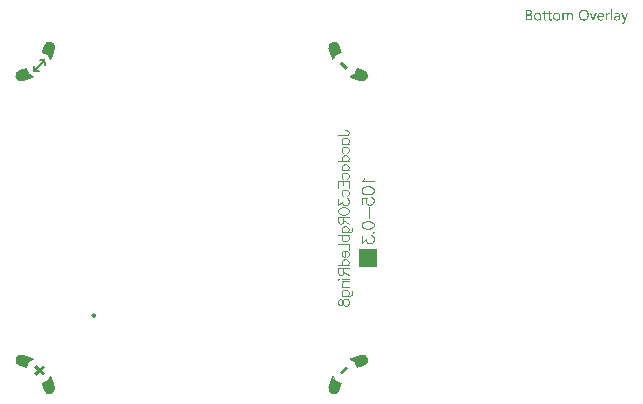
<source format=gbo>
G04*
G04 #@! TF.GenerationSoftware,Altium Limited,Altium Designer,22.4.2 (48)*
G04*
G04 Layer_Color=32896*
%FSAX44Y44*%
%MOMM*%
G71*
G04*
G04 #@! TF.SameCoordinates,0DF53AF2-F480-4E1A-B95F-C2B51B741BF4*
G04*
G04*
G04 #@! TF.FilePolarity,Positive*
G04*
G01*
G75*
%ADD10C,0.1000*%
%ADD11C,0.2000*%
%ADD26C,0.2500*%
%ADD37R,1.5922X1.5750*%
G36*
X-00158993Y-00119438D02*
X-00160170Y-00119831D01*
X-00162274Y-00121135D01*
X-00163878Y-00123020D01*
X-00164829Y-00125305D01*
X-00165029Y-00126530D01*
X-00165029Y-00126530D01*
X-00165271Y-00126429D01*
X-00165892Y-00126182D01*
X-00167153Y-00125737D01*
X-00168436Y-00125359D01*
X-00169736Y-00125049D01*
X-00170392Y-00124920D01*
X-00171268Y-00124734D01*
X-00172743Y-00123720D01*
X-00173718Y-00122218D01*
X-00174045Y-00120458D01*
X-00173672Y-00118707D01*
X-00172658Y-00117232D01*
X-00171157Y-00116257D01*
X-00169397Y-00115930D01*
X-00168521Y-00116116D01*
X-00168521Y-00116116D01*
X-00168740Y-00116073D01*
X-00167467Y-00116308D01*
X-00164963Y-00116967D01*
X-00162516Y-00117812D01*
X-00160139Y-00118838D01*
X-00158993Y-00119438D01*
X-00158993Y-00119438D01*
X-00158993Y-00119438D02*
G37*
G36*
X-00144438Y-00133993D02*
X-00144831Y-00135170D01*
X-00146135Y-00137274D01*
X-00148020Y-00138878D01*
X-00150305Y-00139829D01*
X-00151530Y-00140029D01*
X-00151530Y-00140029D01*
X-00151429Y-00140271D01*
X-00151182Y-00140892D01*
X-00150737Y-00142153D01*
X-00150359Y-00143436D01*
X-00150049Y-00144736D01*
X-00149920Y-00145393D01*
X-00149734Y-00146268D01*
X-00148720Y-00147743D01*
X-00147218Y-00148718D01*
X-00145458Y-00149045D01*
X-00143707Y-00148672D01*
X-00142232Y-00147658D01*
X-00141257Y-00146157D01*
X-00140930Y-00144397D01*
X-00141116Y-00143521D01*
X-00141116Y-00143521D01*
X-00141073Y-00143740D01*
X-00141307Y-00142467D01*
X-00141967Y-00139964D01*
X-00142812Y-00137516D01*
X-00143838Y-00135139D01*
X-00144438Y-00133993D01*
X-00144438Y-00133993D01*
X-00144438Y-00133993D02*
G37*
G36*
X-00158993Y00119440D02*
X-00160170Y00119833D01*
X-00162274Y00121137D01*
X-00163878Y00123022D01*
X-00164829Y00125307D01*
X-00165029Y00126532D01*
X-00165029Y00126532D01*
X-00165271Y00126431D01*
X-00165892Y00126184D01*
X-00167153Y00125739D01*
X-00168436Y00125361D01*
X-00169736Y00125051D01*
X-00170392Y00124921D01*
X-00170392Y00124921D01*
X-00171268Y00124735D01*
X-00172743Y00123721D01*
X-00173718Y00122220D01*
X-00174045Y00120460D01*
X-00173672Y00118709D01*
X-00172658Y00117233D01*
X-00171157Y00116258D01*
X-00169397Y00115932D01*
X-00168521Y00116118D01*
X-00168521Y00116118D01*
X-00168740Y00116074D01*
X-00167467Y00116309D01*
X-00164963Y00116968D01*
X-00162516Y00117813D01*
X-00160139Y00118839D01*
X-00158993Y00119440D01*
X-00158993Y00119440D01*
X-00158993Y00119440D02*
G37*
G36*
X-00144438Y00133990D02*
X-00144831Y00135168D01*
X-00146135Y00137271D01*
X-00148020Y00138875D01*
X-00150305Y00139827D01*
X-00151530Y00140026D01*
X-00151530Y00140027D01*
X-00151429Y00140268D01*
X-00151182Y00140889D01*
X-00150737Y00142150D01*
X-00150359Y00143433D01*
X-00150049Y00144734D01*
X-00149920Y00145390D01*
X-00149920Y00145390D01*
X-00149734Y00146265D01*
X-00148720Y00147741D01*
X-00147218Y00148716D01*
X-00145458Y00149042D01*
X-00143707Y00148670D01*
X-00142232Y00147656D01*
X-00141257Y00146154D01*
X-00140930Y00144394D01*
X-00141116Y00143519D01*
X-00141116Y00143519D01*
X-00141073Y00143737D01*
X-00141308Y00142465D01*
X-00141967Y00139961D01*
X-00142812Y00137514D01*
X-00143838Y00135137D01*
X-00144438Y00133990D01*
X-00144438Y00133990D01*
X-00144438Y00133990D02*
G37*
G36*
X00094440Y-00133993D02*
X00094833Y-00135170D01*
X00096137Y-00137274D01*
X00098022Y-00138878D01*
X00100307Y-00139829D01*
X00101532Y-00140029D01*
X00101532Y-00140029D01*
X00101431Y-00140271D01*
X00101184Y-00140892D01*
X00100739Y-00142153D01*
X00100361Y-00143436D01*
X00100051Y-00144736D01*
X00099921Y-00145392D01*
X00099735Y-00146268D01*
X00098721Y-00147743D01*
X00097220Y-00148718D01*
X00095460Y-00149045D01*
X00093709Y-00148672D01*
X00092233Y-00147658D01*
X00091258Y-00146157D01*
X00090932Y-00144397D01*
X00091118Y-00143521D01*
X00091118Y-00143521D01*
X00091074Y-00143740D01*
X00091309Y-00142467D01*
X00091968Y-00139963D01*
X00092813Y-00137516D01*
X00093839Y-00135139D01*
X00094440Y-00133993D01*
X00094440Y-00133993D01*
X00094440Y-00133993D02*
G37*
G36*
X00108990Y-00119438D02*
X00110168Y-00119831D01*
X00112272Y-00121135D01*
X00113876Y-00123020D01*
X00114828Y-00125305D01*
X00115028Y-00126530D01*
X00115028Y-00126530D01*
X00115268Y-00126429D01*
X00115889Y-00126182D01*
X00117150Y-00125737D01*
X00118433Y-00125359D01*
X00119734Y-00125049D01*
X00120390Y-00124920D01*
X00121265Y-00124733D01*
X00122741Y-00123719D01*
X00123715Y-00122218D01*
X00124042Y-00120457D01*
X00123669Y-00118706D01*
X00122655Y-00117231D01*
X00121153Y-00116256D01*
X00119393Y-00115930D01*
X00118517Y-00116116D01*
X00117273Y-00116354D01*
X00114827Y-00117010D01*
X00112436Y-00117844D01*
X00110112Y-00118851D01*
X00108990Y-00119438D01*
X00108990Y-00119438D01*
X00108990Y-00119438D02*
G37*
G36*
X00094440Y00133990D02*
X00094833Y00135168D01*
X00096137Y00137272D01*
X00098022Y00138876D01*
X00100307Y00139828D01*
X00101532Y00140028D01*
X00101532Y00140028D01*
X00101431Y00140268D01*
X00101184Y00140889D01*
X00100739Y00142150D01*
X00100361Y00143433D01*
X00100051Y00144734D01*
X00099921Y00145390D01*
X00099735Y00146265D01*
X00098721Y00147741D01*
X00097219Y00148715D01*
X00095459Y00149042D01*
X00093708Y00148669D01*
X00092233Y00147655D01*
X00091258Y00146153D01*
X00090932Y00144393D01*
X00091118Y00143517D01*
X00091355Y00142273D01*
X00092012Y00139827D01*
X00092846Y00137436D01*
X00093853Y00135112D01*
X00094440Y00133990D01*
X00094440Y00133990D01*
X00094440Y00133990D02*
G37*
G36*
X00108990Y00119440D02*
X00110168Y00119833D01*
X00112271Y00121137D01*
X00113875Y00123022D01*
X00114827Y00125307D01*
X00115026Y00126532D01*
X00115026Y00126532D01*
X00115268Y00126431D01*
X00115889Y00126184D01*
X00117150Y00125739D01*
X00118433Y00125361D01*
X00119734Y00125051D01*
X00120390Y00124921D01*
X00121265Y00124735D01*
X00122741Y00123721D01*
X00123716Y00122220D01*
X00124042Y00120460D01*
X00123670Y00118709D01*
X00122656Y00117233D01*
X00121154Y00116258D01*
X00119394Y00115932D01*
X00118519Y00116118D01*
X00118519Y00116118D01*
X00118737Y00116074D01*
X00117465Y00116309D01*
X00114961Y00116968D01*
X00112514Y00117813D01*
X00110137Y00118839D01*
X00108990Y00119440D01*
X00108990Y00119440D01*
X00108990Y00119440D02*
G37*
G36*
X-00153873Y-00127114D02*
X-00151180Y-00124421D01*
X-00149384Y-00126216D01*
X-00152077Y-00128909D01*
X-00149394Y-00131593D01*
X-00151189Y-00133389D01*
X-00153873Y-00130705D01*
X-00156584Y-00133416D01*
X-00158379Y-00131621D01*
X-00155668Y-00128909D01*
X-00158389Y-00126189D01*
X-00156593Y-00124394D01*
X-00153873Y-00127114D01*
X-00153873Y-00127114D02*
G37*
G36*
X00107483Y-00127517D02*
X00102517Y-00132483D01*
X00100515Y-00130480D01*
X00105480Y-00125515D01*
X00107483Y-00127517D01*
X00107483Y-00127517D02*
G37*
G36*
X00107483Y00127517D02*
X00105480Y00125515D01*
X00100515Y00130480D01*
X00102517Y00132483D01*
X00107483Y00127517D01*
X00107483Y00127517D02*
G37*
G36*
X00295783Y00173762D02*
X00295830Y00173762D01*
X00295885Y00173755D01*
X00296019Y00173731D01*
X00296176Y00173692D01*
X00296356Y00173637D01*
X00296544Y00173551D01*
X00296741Y00173449D01*
X00296843Y00173378D01*
X00296937Y00173307D01*
X00297031Y00173229D01*
X00297125Y00173135D01*
X00297219Y00173033D01*
X00297306Y00172923D01*
X00297384Y00172805D01*
X00297463Y00172672D01*
X00297533Y00172530D01*
X00297596Y00172373D01*
X00297651Y00172208D01*
X00297706Y00172028D01*
X00297738Y00171840D01*
X00297769Y00171628D01*
X00297785Y00171408D01*
X00297792Y00171173D01*
X00297792Y00167248D01*
X00296772Y00167248D01*
X00296772Y00170906D01*
X00296772Y00170921D01*
X00296772Y00170953D01*
X00296772Y00171008D01*
X00296764Y00171078D01*
X00296764Y00171165D01*
X00296756Y00171267D01*
X00296749Y00171376D01*
X00296733Y00171494D01*
X00296694Y00171745D01*
X00296631Y00171997D01*
X00296599Y00172122D01*
X00296552Y00172232D01*
X00296497Y00172342D01*
X00296442Y00172436D01*
X00296442Y00172444D01*
X00296427Y00172460D01*
X00296411Y00172483D01*
X00296380Y00172507D01*
X00296348Y00172546D01*
X00296301Y00172585D01*
X00296246Y00172624D01*
X00296183Y00172672D01*
X00296113Y00172719D01*
X00296034Y00172758D01*
X00295940Y00172797D01*
X00295846Y00172836D01*
X00295736Y00172860D01*
X00295611Y00172883D01*
X00295485Y00172899D01*
X00295344Y00172907D01*
X00295281Y00172907D01*
X00295234Y00172899D01*
X00295179Y00172891D01*
X00295116Y00172876D01*
X00294959Y00172836D01*
X00294873Y00172805D01*
X00294786Y00172758D01*
X00294692Y00172711D01*
X00294606Y00172656D01*
X00294512Y00172585D01*
X00294417Y00172507D01*
X00294323Y00172412D01*
X00294237Y00172311D01*
X00294229Y00172303D01*
X00294221Y00172287D01*
X00294198Y00172248D01*
X00294166Y00172208D01*
X00294135Y00172146D01*
X00294096Y00172075D01*
X00294049Y00171997D01*
X00294009Y00171910D01*
X00293970Y00171808D01*
X00293923Y00171698D01*
X00293884Y00171581D01*
X00293852Y00171455D01*
X00293821Y00171322D01*
X00293805Y00171180D01*
X00293790Y00171039D01*
X00293782Y00170882D01*
X00293782Y00167248D01*
X00292761Y00167248D01*
X00292761Y00171031D01*
X00292761Y00171039D01*
X00292761Y00171055D01*
X00292761Y00171078D01*
X00292761Y00171110D01*
X00292754Y00171157D01*
X00292754Y00171204D01*
X00292738Y00171322D01*
X00292714Y00171463D01*
X00292683Y00171628D01*
X00292644Y00171793D01*
X00292581Y00171973D01*
X00292502Y00172146D01*
X00292408Y00172311D01*
X00292290Y00172475D01*
X00292149Y00172617D01*
X00291984Y00172734D01*
X00291890Y00172781D01*
X00291788Y00172829D01*
X00291678Y00172860D01*
X00291569Y00172883D01*
X00291443Y00172899D01*
X00291310Y00172907D01*
X00291247Y00172907D01*
X00291200Y00172899D01*
X00291137Y00172891D01*
X00291074Y00172876D01*
X00290917Y00172836D01*
X00290831Y00172805D01*
X00290744Y00172766D01*
X00290650Y00172726D01*
X00290556Y00172672D01*
X00290462Y00172601D01*
X00290368Y00172530D01*
X00290281Y00172444D01*
X00290195Y00172342D01*
X00290187Y00172334D01*
X00290179Y00172318D01*
X00290156Y00172287D01*
X00290124Y00172240D01*
X00290093Y00172185D01*
X00290061Y00172122D01*
X00290022Y00172044D01*
X00289983Y00171950D01*
X00289936Y00171847D01*
X00289897Y00171738D01*
X00289865Y00171620D01*
X00289834Y00171494D01*
X00289802Y00171353D01*
X00289779Y00171204D01*
X00289771Y00171047D01*
X00289763Y00170882D01*
X00289763Y00167248D01*
X00288743Y00167248D01*
X00288743Y00173621D01*
X00289763Y00173621D01*
X00289763Y00172609D01*
X00289787Y00172609D01*
X00289795Y00172624D01*
X00289818Y00172656D01*
X00289858Y00172719D01*
X00289912Y00172789D01*
X00289983Y00172876D01*
X00290069Y00172978D01*
X00290171Y00173080D01*
X00290289Y00173190D01*
X00290423Y00173299D01*
X00290572Y00173402D01*
X00290737Y00173503D01*
X00290909Y00173590D01*
X00291105Y00173661D01*
X00291317Y00173723D01*
X00291537Y00173755D01*
X00291772Y00173770D01*
X00291835Y00173770D01*
X00291882Y00173762D01*
X00291937Y00173762D01*
X00292008Y00173755D01*
X00292079Y00173739D01*
X00292157Y00173723D01*
X00292338Y00173684D01*
X00292526Y00173613D01*
X00292714Y00173527D01*
X00292808Y00173464D01*
X00292903Y00173402D01*
X00292911Y00173394D01*
X00292926Y00173386D01*
X00292950Y00173362D01*
X00292981Y00173339D01*
X00293067Y00173252D01*
X00293170Y00173150D01*
X00293279Y00173009D01*
X00293389Y00172844D01*
X00293491Y00172656D01*
X00293570Y00172444D01*
X00293578Y00172460D01*
X00293601Y00172499D01*
X00293648Y00172570D01*
X00293703Y00172648D01*
X00293782Y00172750D01*
X00293868Y00172868D01*
X00293978Y00172985D01*
X00294104Y00173111D01*
X00294245Y00173229D01*
X00294402Y00173354D01*
X00294575Y00173464D01*
X00294763Y00173566D01*
X00294975Y00173645D01*
X00295194Y00173715D01*
X00295438Y00173755D01*
X00295689Y00173770D01*
X00295744Y00173770D01*
X00295783Y00173762D01*
X00295783Y00173762D02*
G37*
G36*
X00328449Y00173723D02*
X00328535Y00173723D01*
X00328629Y00173708D01*
X00328732Y00173692D01*
X00328834Y00173676D01*
X00328920Y00173645D01*
X00328920Y00172585D01*
X00328904Y00172593D01*
X00328873Y00172617D01*
X00328810Y00172648D01*
X00328724Y00172687D01*
X00328606Y00172726D01*
X00328480Y00172758D01*
X00328323Y00172781D01*
X00328143Y00172789D01*
X00328080Y00172789D01*
X00328033Y00172781D01*
X00327978Y00172774D01*
X00327915Y00172758D01*
X00327766Y00172711D01*
X00327680Y00172679D01*
X00327593Y00172640D01*
X00327499Y00172585D01*
X00327405Y00172530D01*
X00327319Y00172460D01*
X00327225Y00172373D01*
X00327138Y00172279D01*
X00327052Y00172169D01*
X00327044Y00172161D01*
X00327036Y00172138D01*
X00327013Y00172106D01*
X00326981Y00172059D01*
X00326950Y00171997D01*
X00326911Y00171918D01*
X00326871Y00171832D01*
X00326832Y00171730D01*
X00326793Y00171620D01*
X00326754Y00171494D01*
X00326715Y00171353D01*
X00326683Y00171204D01*
X00326652Y00171039D01*
X00326628Y00170866D01*
X00326620Y00170686D01*
X00326613Y00170490D01*
X00326613Y00167248D01*
X00325592Y00167248D01*
X00325592Y00173621D01*
X00326613Y00173621D01*
X00326613Y00172303D01*
X00326636Y00172303D01*
X00326636Y00172311D01*
X00326644Y00172334D01*
X00326660Y00172365D01*
X00326675Y00172412D01*
X00326699Y00172467D01*
X00326730Y00172538D01*
X00326801Y00172687D01*
X00326895Y00172860D01*
X00327013Y00173033D01*
X00327146Y00173197D01*
X00327303Y00173354D01*
X00327311Y00173362D01*
X00327327Y00173370D01*
X00327350Y00173386D01*
X00327382Y00173417D01*
X00327421Y00173441D01*
X00327476Y00173472D01*
X00327593Y00173543D01*
X00327743Y00173613D01*
X00327915Y00173676D01*
X00328104Y00173715D01*
X00328206Y00173723D01*
X00328308Y00173731D01*
X00328371Y00173731D01*
X00328449Y00173723D01*
X00328449Y00173723D02*
G37*
G36*
X00341737Y00166228D02*
X00341737Y00166220D01*
X00341729Y00166204D01*
X00341713Y00166181D01*
X00341698Y00166141D01*
X00341682Y00166094D01*
X00341658Y00166047D01*
X00341595Y00165922D01*
X00341509Y00165773D01*
X00341415Y00165600D01*
X00341297Y00165427D01*
X00341164Y00165239D01*
X00341015Y00165058D01*
X00340850Y00164878D01*
X00340669Y00164705D01*
X00340473Y00164556D01*
X00340261Y00164431D01*
X00340151Y00164383D01*
X00340034Y00164336D01*
X00339916Y00164297D01*
X00339790Y00164273D01*
X00339665Y00164258D01*
X00339531Y00164250D01*
X00339468Y00164250D01*
X00339390Y00164258D01*
X00339296Y00164258D01*
X00339194Y00164273D01*
X00339084Y00164289D01*
X00338966Y00164305D01*
X00338864Y00164336D01*
X00338864Y00165247D01*
X00338880Y00165239D01*
X00338919Y00165231D01*
X00338982Y00165215D01*
X00339060Y00165192D01*
X00339155Y00165168D01*
X00339257Y00165153D01*
X00339366Y00165145D01*
X00339468Y00165137D01*
X00339500Y00165137D01*
X00339539Y00165145D01*
X00339594Y00165153D01*
X00339657Y00165168D01*
X00339735Y00165184D01*
X00339814Y00165215D01*
X00339908Y00165255D01*
X00339994Y00165302D01*
X00340096Y00165364D01*
X00340191Y00165435D01*
X00340285Y00165522D01*
X00340379Y00165631D01*
X00340473Y00165749D01*
X00340552Y00165890D01*
X00340630Y00166055D01*
X00341140Y00167256D01*
X00338652Y00173621D01*
X00339782Y00173621D01*
X00341509Y00168716D01*
X00341509Y00168708D01*
X00341517Y00168692D01*
X00341525Y00168669D01*
X00341540Y00168622D01*
X00341556Y00168559D01*
X00341572Y00168472D01*
X00341603Y00168363D01*
X00341635Y00168229D01*
X00341674Y00168229D01*
X00341674Y00168237D01*
X00341682Y00168261D01*
X00341690Y00168292D01*
X00341705Y00168347D01*
X00341721Y00168410D01*
X00341737Y00168488D01*
X00341768Y00168590D01*
X00341800Y00168700D01*
X00343613Y00173621D01*
X00344664Y00173621D01*
X00341737Y00166228D01*
X00341737Y00166228D02*
G37*
G36*
X00315295Y00167248D02*
X00314290Y00167248D01*
X00311881Y00173621D01*
X00312995Y00173621D01*
X00314620Y00168990D01*
X00314620Y00168983D01*
X00314628Y00168967D01*
X00314636Y00168944D01*
X00314651Y00168904D01*
X00314667Y00168857D01*
X00314683Y00168810D01*
X00314714Y00168684D01*
X00314753Y00168551D01*
X00314792Y00168402D01*
X00314816Y00168245D01*
X00314840Y00168096D01*
X00314863Y00168096D01*
X00314863Y00168104D01*
X00314863Y00168119D01*
X00314871Y00168143D01*
X00314879Y00168174D01*
X00314879Y00168221D01*
X00314895Y00168269D01*
X00314910Y00168386D01*
X00314942Y00168520D01*
X00314973Y00168661D01*
X00315020Y00168810D01*
X00315067Y00168959D01*
X00316755Y00173621D01*
X00317830Y00173621D01*
X00315295Y00167248D01*
X00315295Y00167248D02*
G37*
G36*
X00335521Y00173762D02*
X00335576Y00173762D01*
X00335630Y00173755D01*
X00335701Y00173747D01*
X00335780Y00173731D01*
X00335944Y00173700D01*
X00336141Y00173645D01*
X00336337Y00173574D01*
X00336549Y00173472D01*
X00336761Y00173347D01*
X00336863Y00173276D01*
X00336965Y00173190D01*
X00337059Y00173095D01*
X00337153Y00173001D01*
X00337239Y00172891D01*
X00337318Y00172766D01*
X00337396Y00172640D01*
X00337467Y00172499D01*
X00337522Y00172342D01*
X00337577Y00172177D01*
X00337616Y00172004D01*
X00337648Y00171808D01*
X00337663Y00171612D01*
X00337671Y00171392D01*
X00337671Y00167248D01*
X00336651Y00167248D01*
X00336651Y00168237D01*
X00336627Y00168237D01*
X00336619Y00168221D01*
X00336596Y00168190D01*
X00336557Y00168135D01*
X00336502Y00168057D01*
X00336431Y00167970D01*
X00336345Y00167876D01*
X00336250Y00167774D01*
X00336133Y00167672D01*
X00335999Y00167562D01*
X00335858Y00167460D01*
X00335693Y00167366D01*
X00335521Y00167279D01*
X00335324Y00167201D01*
X00335120Y00167146D01*
X00334901Y00167115D01*
X00334665Y00167099D01*
X00334571Y00167099D01*
X00334508Y00167107D01*
X00334430Y00167115D01*
X00334336Y00167123D01*
X00334233Y00167138D01*
X00334124Y00167162D01*
X00333880Y00167225D01*
X00333763Y00167264D01*
X00333637Y00167311D01*
X00333511Y00167366D01*
X00333394Y00167437D01*
X00333284Y00167515D01*
X00333174Y00167601D01*
X00333166Y00167609D01*
X00333150Y00167625D01*
X00333127Y00167656D01*
X00333088Y00167696D01*
X00333048Y00167743D01*
X00333009Y00167805D01*
X00332954Y00167876D01*
X00332907Y00167955D01*
X00332860Y00168049D01*
X00332813Y00168151D01*
X00332766Y00168261D01*
X00332727Y00168378D01*
X00332687Y00168504D01*
X00332664Y00168637D01*
X00332648Y00168787D01*
X00332640Y00168936D01*
X00332640Y00168944D01*
X00332640Y00168959D01*
X00332640Y00168983D01*
X00332648Y00169014D01*
X00332648Y00169053D01*
X00332656Y00169100D01*
X00332672Y00169218D01*
X00332703Y00169359D01*
X00332750Y00169516D01*
X00332813Y00169689D01*
X00332907Y00169870D01*
X00333017Y00170050D01*
X00333150Y00170231D01*
X00333237Y00170317D01*
X00333323Y00170403D01*
X00333425Y00170490D01*
X00333527Y00170568D01*
X00333645Y00170647D01*
X00333770Y00170717D01*
X00333904Y00170780D01*
X00334053Y00170843D01*
X00334210Y00170898D01*
X00334375Y00170945D01*
X00334555Y00170984D01*
X00334744Y00171015D01*
X00336651Y00171282D01*
X00336651Y00171290D01*
X00336651Y00171298D01*
X00336651Y00171322D01*
X00336651Y00171353D01*
X00336643Y00171432D01*
X00336627Y00171534D01*
X00336612Y00171659D01*
X00336580Y00171800D01*
X00336541Y00171942D01*
X00336486Y00172099D01*
X00336415Y00172248D01*
X00336329Y00172397D01*
X00336227Y00172530D01*
X00336101Y00172656D01*
X00335944Y00172758D01*
X00335772Y00172836D01*
X00335678Y00172868D01*
X00335568Y00172891D01*
X00335458Y00172899D01*
X00335340Y00172907D01*
X00335285Y00172907D01*
X00335230Y00172899D01*
X00335144Y00172891D01*
X00335042Y00172883D01*
X00334924Y00172868D01*
X00334791Y00172844D01*
X00334649Y00172813D01*
X00334492Y00172766D01*
X00334328Y00172719D01*
X00334155Y00172656D01*
X00333974Y00172577D01*
X00333794Y00172483D01*
X00333613Y00172381D01*
X00333433Y00172263D01*
X00333260Y00172122D01*
X00333260Y00173166D01*
X00333268Y00173174D01*
X00333299Y00173190D01*
X00333354Y00173221D01*
X00333425Y00173260D01*
X00333519Y00173307D01*
X00333621Y00173354D01*
X00333747Y00173409D01*
X00333888Y00173472D01*
X00334037Y00173527D01*
X00334202Y00173582D01*
X00334383Y00173629D01*
X00334571Y00173676D01*
X00334775Y00173715D01*
X00334979Y00173747D01*
X00335199Y00173762D01*
X00335426Y00173770D01*
X00335481Y00173770D01*
X00335521Y00173762D01*
X00335521Y00173762D02*
G37*
G36*
X00331047Y00167248D02*
X00330027Y00167248D01*
X00330027Y00176682D01*
X00331047Y00176682D01*
X00331047Y00167248D01*
X00331047Y00167248D02*
G37*
G36*
X00260731Y00176164D02*
X00260826Y00176156D01*
X00260935Y00176141D01*
X00261061Y00176125D01*
X00261202Y00176101D01*
X00261343Y00176070D01*
X00261493Y00176031D01*
X00261650Y00175984D01*
X00261799Y00175929D01*
X00261956Y00175866D01*
X00262097Y00175787D01*
X00262238Y00175701D01*
X00262372Y00175599D01*
X00262379Y00175591D01*
X00262403Y00175576D01*
X00262435Y00175544D01*
X00262474Y00175497D01*
X00262529Y00175442D01*
X00262584Y00175371D01*
X00262646Y00175293D01*
X00262709Y00175207D01*
X00262772Y00175105D01*
X00262835Y00174995D01*
X00262890Y00174869D01*
X00262945Y00174744D01*
X00262984Y00174602D01*
X00263015Y00174453D01*
X00263039Y00174296D01*
X00263047Y00174131D01*
X00263047Y00174123D01*
X00263047Y00174100D01*
X00263047Y00174061D01*
X00263039Y00174006D01*
X00263031Y00173935D01*
X00263023Y00173864D01*
X00263015Y00173778D01*
X00263000Y00173684D01*
X00262945Y00173472D01*
X00262874Y00173252D01*
X00262827Y00173135D01*
X00262772Y00173025D01*
X00262709Y00172915D01*
X00262638Y00172805D01*
X00262631Y00172797D01*
X00262623Y00172781D01*
X00262599Y00172750D01*
X00262560Y00172711D01*
X00262521Y00172672D01*
X00262474Y00172617D01*
X00262411Y00172562D01*
X00262348Y00172499D01*
X00262270Y00172436D01*
X00262183Y00172365D01*
X00262089Y00172303D01*
X00261987Y00172232D01*
X00261877Y00172169D01*
X00261767Y00172114D01*
X00261508Y00172012D01*
X00261508Y00171989D01*
X00261516Y00171989D01*
X00261548Y00171981D01*
X00261595Y00171973D01*
X00261657Y00171965D01*
X00261736Y00171950D01*
X00261822Y00171926D01*
X00261924Y00171894D01*
X00262026Y00171863D01*
X00262254Y00171777D01*
X00262379Y00171722D01*
X00262497Y00171651D01*
X00262615Y00171581D01*
X00262733Y00171502D01*
X00262850Y00171408D01*
X00262952Y00171306D01*
X00262960Y00171298D01*
X00262976Y00171282D01*
X00263000Y00171251D01*
X00263039Y00171204D01*
X00263078Y00171141D01*
X00263125Y00171078D01*
X00263172Y00170992D01*
X00263227Y00170906D01*
X00263274Y00170804D01*
X00263321Y00170686D01*
X00263368Y00170568D01*
X00263408Y00170435D01*
X00263447Y00170286D01*
X00263470Y00170136D01*
X00263486Y00169979D01*
X00263494Y00169807D01*
X00263494Y00169791D01*
X00263494Y00169760D01*
X00263486Y00169697D01*
X00263478Y00169618D01*
X00263470Y00169516D01*
X00263447Y00169407D01*
X00263423Y00169281D01*
X00263392Y00169147D01*
X00263345Y00168998D01*
X00263290Y00168849D01*
X00263227Y00168700D01*
X00263149Y00168543D01*
X00263055Y00168386D01*
X00262945Y00168237D01*
X00262819Y00168096D01*
X00262670Y00167955D01*
X00262662Y00167947D01*
X00262631Y00167923D01*
X00262584Y00167892D01*
X00262521Y00167845D01*
X00262442Y00167790D01*
X00262340Y00167735D01*
X00262230Y00167664D01*
X00262105Y00167601D01*
X00261956Y00167539D01*
X00261799Y00167476D01*
X00261634Y00167413D01*
X00261446Y00167358D01*
X00261249Y00167311D01*
X00261045Y00167279D01*
X00260826Y00167256D01*
X00260598Y00167248D01*
X00258000Y00167248D01*
X00258000Y00176172D01*
X00260645Y00176172D01*
X00260731Y00176164D01*
X00260731Y00176164D02*
G37*
G36*
X00278304Y00173621D02*
X00279913Y00173621D01*
X00279913Y00172742D01*
X00278304Y00172742D01*
X00278304Y00169155D01*
X00278304Y00169147D01*
X00278304Y00169124D01*
X00278304Y00169093D01*
X00278304Y00169053D01*
X00278312Y00168998D01*
X00278320Y00168936D01*
X00278336Y00168802D01*
X00278359Y00168645D01*
X00278398Y00168496D01*
X00278453Y00168355D01*
X00278485Y00168292D01*
X00278524Y00168237D01*
X00278532Y00168229D01*
X00278563Y00168198D01*
X00278618Y00168151D01*
X00278697Y00168104D01*
X00278799Y00168049D01*
X00278924Y00168009D01*
X00279074Y00167978D01*
X00279246Y00167962D01*
X00279309Y00167962D01*
X00279380Y00167970D01*
X00279474Y00167986D01*
X00279576Y00168017D01*
X00279694Y00168049D01*
X00279803Y00168104D01*
X00279913Y00168174D01*
X00279913Y00167303D01*
X00279905Y00167303D01*
X00279898Y00167295D01*
X00279874Y00167287D01*
X00279851Y00167272D01*
X00279764Y00167240D01*
X00279662Y00167209D01*
X00279521Y00167178D01*
X00279356Y00167146D01*
X00279168Y00167123D01*
X00278956Y00167115D01*
X00278885Y00167115D01*
X00278799Y00167130D01*
X00278697Y00167146D01*
X00278571Y00167170D01*
X00278430Y00167217D01*
X00278273Y00167272D01*
X00278124Y00167350D01*
X00277967Y00167444D01*
X00277810Y00167570D01*
X00277669Y00167719D01*
X00277606Y00167805D01*
X00277543Y00167900D01*
X00277488Y00168002D01*
X00277441Y00168111D01*
X00277394Y00168229D01*
X00277355Y00168363D01*
X00277323Y00168496D01*
X00277300Y00168645D01*
X00277292Y00168802D01*
X00277284Y00168975D01*
X00277284Y00172742D01*
X00276193Y00172742D01*
X00276193Y00173621D01*
X00277284Y00173621D01*
X00277284Y00175175D01*
X00278304Y00175505D01*
X00278304Y00173621D01*
X00278304Y00173621D02*
G37*
G36*
X00273988Y00173621D02*
X00275597Y00173621D01*
X00275597Y00172742D01*
X00273988Y00172742D01*
X00273988Y00169155D01*
X00273988Y00169147D01*
X00273988Y00169124D01*
X00273988Y00169093D01*
X00273988Y00169053D01*
X00273995Y00168998D01*
X00274003Y00168936D01*
X00274019Y00168802D01*
X00274042Y00168645D01*
X00274082Y00168496D01*
X00274137Y00168355D01*
X00274168Y00168292D01*
X00274207Y00168237D01*
X00274215Y00168229D01*
X00274247Y00168198D01*
X00274301Y00168151D01*
X00274380Y00168104D01*
X00274482Y00168049D01*
X00274608Y00168009D01*
X00274757Y00167978D01*
X00274929Y00167962D01*
X00274992Y00167962D01*
X00275063Y00167970D01*
X00275157Y00167986D01*
X00275259Y00168017D01*
X00275377Y00168049D01*
X00275487Y00168104D01*
X00275597Y00168174D01*
X00275597Y00167303D01*
X00275589Y00167303D01*
X00275581Y00167295D01*
X00275557Y00167287D01*
X00275534Y00167272D01*
X00275447Y00167240D01*
X00275345Y00167209D01*
X00275204Y00167178D01*
X00275039Y00167146D01*
X00274851Y00167123D01*
X00274639Y00167115D01*
X00274568Y00167115D01*
X00274482Y00167130D01*
X00274380Y00167146D01*
X00274254Y00167170D01*
X00274113Y00167217D01*
X00273956Y00167272D01*
X00273807Y00167350D01*
X00273650Y00167444D01*
X00273493Y00167570D01*
X00273352Y00167719D01*
X00273289Y00167805D01*
X00273226Y00167900D01*
X00273171Y00168002D01*
X00273124Y00168111D01*
X00273077Y00168229D01*
X00273038Y00168363D01*
X00273006Y00168496D01*
X00272983Y00168645D01*
X00272975Y00168802D01*
X00272967Y00168975D01*
X00272967Y00172742D01*
X00271876Y00172742D01*
X00271876Y00173621D01*
X00272967Y00173621D01*
X00272967Y00175175D01*
X00273988Y00175505D01*
X00273988Y00173621D01*
X00273988Y00173621D02*
G37*
G36*
X00321550Y00173762D02*
X00321636Y00173755D01*
X00321746Y00173747D01*
X00321864Y00173731D01*
X00321997Y00173700D01*
X00322139Y00173668D01*
X00322296Y00173629D01*
X00322453Y00173574D01*
X00322610Y00173503D01*
X00322775Y00173425D01*
X00322932Y00173331D01*
X00323081Y00173221D01*
X00323230Y00173095D01*
X00323363Y00172954D01*
X00323371Y00172946D01*
X00323395Y00172915D01*
X00323426Y00172868D01*
X00323473Y00172805D01*
X00323520Y00172726D01*
X00323583Y00172624D01*
X00323646Y00172507D01*
X00323708Y00172373D01*
X00323771Y00172216D01*
X00323834Y00172052D01*
X00323897Y00171863D01*
X00323944Y00171667D01*
X00323991Y00171447D01*
X00324022Y00171220D01*
X00324046Y00170968D01*
X00324054Y00170709D01*
X00324054Y00170176D01*
X00319549Y00170176D01*
X00319549Y00170160D01*
X00319549Y00170129D01*
X00319557Y00170074D01*
X00319564Y00170003D01*
X00319572Y00169909D01*
X00319588Y00169807D01*
X00319604Y00169697D01*
X00319635Y00169571D01*
X00319706Y00169305D01*
X00319753Y00169171D01*
X00319808Y00169030D01*
X00319870Y00168896D01*
X00319941Y00168763D01*
X00320028Y00168645D01*
X00320122Y00168528D01*
X00320130Y00168520D01*
X00320145Y00168504D01*
X00320177Y00168472D01*
X00320224Y00168441D01*
X00320279Y00168394D01*
X00320349Y00168347D01*
X00320428Y00168292D01*
X00320514Y00168245D01*
X00320616Y00168190D01*
X00320734Y00168135D01*
X00320852Y00168088D01*
X00320993Y00168041D01*
X00321134Y00168009D01*
X00321291Y00167978D01*
X00321456Y00167962D01*
X00321629Y00167955D01*
X00321676Y00167955D01*
X00321731Y00167962D01*
X00321809Y00167962D01*
X00321903Y00167978D01*
X00322013Y00167994D01*
X00322139Y00168017D01*
X00322280Y00168041D01*
X00322429Y00168080D01*
X00322586Y00168127D01*
X00322751Y00168182D01*
X00322916Y00168253D01*
X00323088Y00168331D01*
X00323261Y00168425D01*
X00323434Y00168535D01*
X00323606Y00168661D01*
X00323606Y00167703D01*
X00323599Y00167696D01*
X00323567Y00167680D01*
X00323520Y00167648D01*
X00323457Y00167609D01*
X00323371Y00167562D01*
X00323269Y00167515D01*
X00323151Y00167460D01*
X00323018Y00167405D01*
X00322861Y00167342D01*
X00322696Y00167287D01*
X00322515Y00167240D01*
X00322319Y00167193D01*
X00322107Y00167154D01*
X00321880Y00167123D01*
X00321636Y00167107D01*
X00321385Y00167099D01*
X00321323Y00167099D01*
X00321260Y00167107D01*
X00321166Y00167115D01*
X00321048Y00167123D01*
X00320914Y00167146D01*
X00320773Y00167170D01*
X00320616Y00167209D01*
X00320451Y00167256D01*
X00320279Y00167311D01*
X00320098Y00167382D01*
X00319925Y00167460D01*
X00319745Y00167562D01*
X00319580Y00167680D01*
X00319415Y00167813D01*
X00319266Y00167962D01*
X00319258Y00167970D01*
X00319235Y00168002D01*
X00319195Y00168057D01*
X00319148Y00168127D01*
X00319086Y00168214D01*
X00319023Y00168323D01*
X00318952Y00168449D01*
X00318882Y00168598D01*
X00318811Y00168755D01*
X00318740Y00168944D01*
X00318678Y00169140D01*
X00318615Y00169359D01*
X00318568Y00169595D01*
X00318528Y00169846D01*
X00318505Y00170121D01*
X00318497Y00170403D01*
X00318497Y00170411D01*
X00318497Y00170419D01*
X00318497Y00170443D01*
X00318497Y00170466D01*
X00318505Y00170545D01*
X00318513Y00170654D01*
X00318521Y00170780D01*
X00318544Y00170921D01*
X00318568Y00171086D01*
X00318599Y00171267D01*
X00318646Y00171455D01*
X00318701Y00171651D01*
X00318772Y00171855D01*
X00318850Y00172059D01*
X00318944Y00172256D01*
X00319062Y00172460D01*
X00319188Y00172648D01*
X00319337Y00172829D01*
X00319345Y00172836D01*
X00319376Y00172868D01*
X00319423Y00172915D01*
X00319486Y00172978D01*
X00319572Y00173048D01*
X00319674Y00173127D01*
X00319784Y00173213D01*
X00319918Y00173299D01*
X00320059Y00173386D01*
X00320224Y00173472D01*
X00320396Y00173551D01*
X00320577Y00173621D01*
X00320773Y00173684D01*
X00320985Y00173731D01*
X00321205Y00173762D01*
X00321432Y00173770D01*
X00321487Y00173770D01*
X00321550Y00173762D01*
X00321550Y00173762D02*
G37*
G36*
X00307226Y00176313D02*
X00307281Y00176313D01*
X00307336Y00176305D01*
X00307407Y00176305D01*
X00307564Y00176282D01*
X00307744Y00176258D01*
X00307948Y00176219D01*
X00308168Y00176164D01*
X00308396Y00176101D01*
X00308639Y00176015D01*
X00308883Y00175913D01*
X00309134Y00175795D01*
X00309385Y00175654D01*
X00309620Y00175489D01*
X00309856Y00175293D01*
X00310075Y00175073D01*
X00310091Y00175058D01*
X00310123Y00175018D01*
X00310177Y00174948D01*
X00310256Y00174846D01*
X00310334Y00174720D01*
X00310436Y00174571D01*
X00310539Y00174398D01*
X00310641Y00174202D01*
X00310743Y00173974D01*
X00310845Y00173731D01*
X00310947Y00173464D01*
X00311033Y00173174D01*
X00311104Y00172860D01*
X00311159Y00172530D01*
X00311190Y00172185D01*
X00311206Y00171816D01*
X00311206Y00171808D01*
X00311206Y00171793D01*
X00311206Y00171761D01*
X00311206Y00171722D01*
X00311198Y00171667D01*
X00311198Y00171604D01*
X00311190Y00171534D01*
X00311190Y00171455D01*
X00311182Y00171369D01*
X00311174Y00171275D01*
X00311143Y00171063D01*
X00311112Y00170819D01*
X00311064Y00170568D01*
X00311002Y00170293D01*
X00310923Y00170011D01*
X00310829Y00169728D01*
X00310719Y00169438D01*
X00310586Y00169155D01*
X00310429Y00168873D01*
X00310248Y00168614D01*
X00310044Y00168363D01*
X00310028Y00168347D01*
X00309989Y00168308D01*
X00309926Y00168245D01*
X00309832Y00168166D01*
X00309714Y00168072D01*
X00309573Y00167962D01*
X00309416Y00167852D01*
X00309228Y00167735D01*
X00309016Y00167617D01*
X00308780Y00167499D01*
X00308529Y00167389D01*
X00308255Y00167295D01*
X00307956Y00167217D01*
X00307642Y00167154D01*
X00307305Y00167115D01*
X00306952Y00167099D01*
X00306865Y00167099D01*
X00306826Y00167107D01*
X00306771Y00167107D01*
X00306708Y00167115D01*
X00306638Y00167123D01*
X00306473Y00167138D01*
X00306292Y00167162D01*
X00306080Y00167201D01*
X00305861Y00167256D01*
X00305617Y00167319D01*
X00305374Y00167405D01*
X00305123Y00167507D01*
X00304864Y00167625D01*
X00304613Y00167766D01*
X00304370Y00167939D01*
X00304126Y00168127D01*
X00303906Y00168347D01*
X00303891Y00168363D01*
X00303859Y00168402D01*
X00303804Y00168472D01*
X00303726Y00168575D01*
X00303640Y00168700D01*
X00303545Y00168849D01*
X00303443Y00169022D01*
X00303341Y00169226D01*
X00303232Y00169446D01*
X00303129Y00169689D01*
X00303035Y00169956D01*
X00302949Y00170246D01*
X00302870Y00170560D01*
X00302815Y00170890D01*
X00302784Y00171235D01*
X00302768Y00171604D01*
X00302768Y00171612D01*
X00302768Y00171628D01*
X00302768Y00171659D01*
X00302768Y00171698D01*
X00302776Y00171753D01*
X00302776Y00171808D01*
X00302784Y00171879D01*
X00302784Y00171957D01*
X00302792Y00172044D01*
X00302808Y00172146D01*
X00302831Y00172350D01*
X00302863Y00172585D01*
X00302917Y00172836D01*
X00302973Y00173111D01*
X00303051Y00173386D01*
X00303145Y00173668D01*
X00303255Y00173959D01*
X00303388Y00174241D01*
X00303545Y00174516D01*
X00303726Y00174783D01*
X00303930Y00175034D01*
X00303946Y00175050D01*
X00303985Y00175089D01*
X00304048Y00175152D01*
X00304142Y00175238D01*
X00304260Y00175332D01*
X00304409Y00175442D01*
X00304574Y00175560D01*
X00304762Y00175678D01*
X00304982Y00175795D01*
X00305217Y00175913D01*
X00305476Y00176023D01*
X00305759Y00176117D01*
X00306065Y00176203D01*
X00306387Y00176266D01*
X00306732Y00176305D01*
X00307101Y00176321D01*
X00307179Y00176321D01*
X00307226Y00176313D01*
X00307226Y00176313D02*
G37*
G36*
X00284222Y00173762D02*
X00284324Y00173755D01*
X00284442Y00173747D01*
X00284583Y00173723D01*
X00284732Y00173700D01*
X00284897Y00173661D01*
X00285078Y00173613D01*
X00285258Y00173558D01*
X00285439Y00173488D01*
X00285627Y00173402D01*
X00285808Y00173299D01*
X00285988Y00173182D01*
X00286153Y00173048D01*
X00286310Y00172891D01*
X00286318Y00172883D01*
X00286341Y00172852D01*
X00286381Y00172797D01*
X00286436Y00172726D01*
X00286498Y00172640D01*
X00286561Y00172530D01*
X00286639Y00172405D01*
X00286710Y00172256D01*
X00286789Y00172091D01*
X00286859Y00171910D01*
X00286922Y00171714D01*
X00286985Y00171494D01*
X00287040Y00171259D01*
X00287079Y00171008D01*
X00287103Y00170741D01*
X00287110Y00170458D01*
X00287110Y00170450D01*
X00287110Y00170443D01*
X00287110Y00170419D01*
X00287110Y00170388D01*
X00287103Y00170309D01*
X00287095Y00170207D01*
X00287087Y00170074D01*
X00287063Y00169925D01*
X00287040Y00169760D01*
X00287001Y00169579D01*
X00286954Y00169391D01*
X00286898Y00169187D01*
X00286828Y00168983D01*
X00286749Y00168779D01*
X00286647Y00168575D01*
X00286530Y00168378D01*
X00286396Y00168190D01*
X00286247Y00168009D01*
X00286239Y00168002D01*
X00286208Y00167970D01*
X00286161Y00167923D01*
X00286090Y00167868D01*
X00286004Y00167798D01*
X00285902Y00167719D01*
X00285776Y00167641D01*
X00285635Y00167554D01*
X00285478Y00167468D01*
X00285305Y00167389D01*
X00285117Y00167311D01*
X00284913Y00167240D01*
X00284685Y00167185D01*
X00284450Y00167138D01*
X00284207Y00167107D01*
X00283940Y00167099D01*
X00283877Y00167099D01*
X00283806Y00167107D01*
X00283704Y00167115D01*
X00283586Y00167123D01*
X00283445Y00167146D01*
X00283296Y00167170D01*
X00283131Y00167209D01*
X00282951Y00167256D01*
X00282770Y00167319D01*
X00282582Y00167389D01*
X00282393Y00167476D01*
X00282205Y00167578D01*
X00282017Y00167696D01*
X00281844Y00167829D01*
X00281679Y00167986D01*
X00281671Y00167994D01*
X00281640Y00168025D01*
X00281601Y00168080D01*
X00281546Y00168151D01*
X00281483Y00168237D01*
X00281412Y00168347D01*
X00281342Y00168472D01*
X00281263Y00168622D01*
X00281185Y00168779D01*
X00281106Y00168959D01*
X00281036Y00169155D01*
X00280973Y00169367D01*
X00280918Y00169587D01*
X00280879Y00169830D01*
X00280847Y00170089D01*
X00280839Y00170356D01*
X00280839Y00170364D01*
X00280839Y00170372D01*
X00280839Y00170395D01*
X00280839Y00170427D01*
X00280847Y00170513D01*
X00280855Y00170623D01*
X00280863Y00170756D01*
X00280886Y00170914D01*
X00280910Y00171086D01*
X00280949Y00171275D01*
X00280996Y00171471D01*
X00281051Y00171675D01*
X00281122Y00171887D01*
X00281208Y00172099D01*
X00281310Y00172303D01*
X00281420Y00172499D01*
X00281554Y00172687D01*
X00281711Y00172868D01*
X00281719Y00172876D01*
X00281750Y00172907D01*
X00281805Y00172954D01*
X00281875Y00173009D01*
X00281962Y00173080D01*
X00282072Y00173150D01*
X00282197Y00173237D01*
X00282339Y00173323D01*
X00282495Y00173402D01*
X00282676Y00173488D01*
X00282872Y00173558D01*
X00283084Y00173629D01*
X00283312Y00173684D01*
X00283555Y00173731D01*
X00283814Y00173762D01*
X00284089Y00173770D01*
X00284151Y00173770D01*
X00284222Y00173762D01*
X00284222Y00173762D02*
G37*
G36*
X00268117Y00173762D02*
X00268219Y00173755D01*
X00268337Y00173747D01*
X00268478Y00173723D01*
X00268627Y00173700D01*
X00268792Y00173661D01*
X00268972Y00173613D01*
X00269153Y00173558D01*
X00269333Y00173488D01*
X00269522Y00173402D01*
X00269702Y00173299D01*
X00269883Y00173182D01*
X00270048Y00173048D01*
X00270205Y00172891D01*
X00270212Y00172883D01*
X00270236Y00172852D01*
X00270275Y00172797D01*
X00270330Y00172726D01*
X00270393Y00172640D01*
X00270456Y00172530D01*
X00270534Y00172405D01*
X00270605Y00172256D01*
X00270683Y00172091D01*
X00270754Y00171910D01*
X00270817Y00171714D01*
X00270879Y00171494D01*
X00270935Y00171259D01*
X00270974Y00171008D01*
X00270997Y00170741D01*
X00271005Y00170458D01*
X00271005Y00170450D01*
X00271005Y00170443D01*
X00271005Y00170419D01*
X00271005Y00170388D01*
X00270997Y00170309D01*
X00270989Y00170207D01*
X00270982Y00170074D01*
X00270958Y00169925D01*
X00270935Y00169760D01*
X00270895Y00169579D01*
X00270848Y00169391D01*
X00270793Y00169187D01*
X00270723Y00168983D01*
X00270644Y00168779D01*
X00270542Y00168575D01*
X00270424Y00168378D01*
X00270291Y00168190D01*
X00270142Y00168009D01*
X00270134Y00168002D01*
X00270103Y00167970D01*
X00270055Y00167923D01*
X00269985Y00167868D01*
X00269898Y00167798D01*
X00269796Y00167719D01*
X00269671Y00167641D01*
X00269530Y00167554D01*
X00269373Y00167468D01*
X00269200Y00167389D01*
X00269012Y00167311D01*
X00268808Y00167240D01*
X00268580Y00167185D01*
X00268344Y00167138D01*
X00268101Y00167107D01*
X00267834Y00167099D01*
X00267771Y00167099D01*
X00267701Y00167107D01*
X00267599Y00167115D01*
X00267481Y00167123D01*
X00267340Y00167146D01*
X00267191Y00167170D01*
X00267026Y00167209D01*
X00266845Y00167256D01*
X00266665Y00167319D01*
X00266476Y00167389D01*
X00266288Y00167476D01*
X00266100Y00167578D01*
X00265911Y00167696D01*
X00265739Y00167829D01*
X00265574Y00167986D01*
X00265566Y00167994D01*
X00265535Y00168025D01*
X00265495Y00168080D01*
X00265441Y00168151D01*
X00265378Y00168237D01*
X00265307Y00168347D01*
X00265236Y00168472D01*
X00265158Y00168622D01*
X00265079Y00168779D01*
X00265001Y00168959D01*
X00264930Y00169155D01*
X00264867Y00169367D01*
X00264813Y00169587D01*
X00264773Y00169830D01*
X00264742Y00170089D01*
X00264734Y00170356D01*
X00264734Y00170364D01*
X00264734Y00170372D01*
X00264734Y00170395D01*
X00264734Y00170427D01*
X00264742Y00170513D01*
X00264750Y00170623D01*
X00264758Y00170756D01*
X00264781Y00170914D01*
X00264805Y00171086D01*
X00264844Y00171275D01*
X00264891Y00171471D01*
X00264946Y00171675D01*
X00265017Y00171887D01*
X00265103Y00172099D01*
X00265205Y00172303D01*
X00265315Y00172499D01*
X00265448Y00172687D01*
X00265605Y00172868D01*
X00265613Y00172876D01*
X00265644Y00172907D01*
X00265700Y00172954D01*
X00265770Y00173009D01*
X00265856Y00173080D01*
X00265966Y00173150D01*
X00266092Y00173237D01*
X00266233Y00173323D01*
X00266390Y00173402D01*
X00266571Y00173488D01*
X00266767Y00173558D01*
X00266979Y00173629D01*
X00267206Y00173684D01*
X00267450Y00173731D01*
X00267709Y00173762D01*
X00267983Y00173770D01*
X00268046Y00173770D01*
X00268117Y00173762D01*
X00268117Y00173762D02*
G37*
%LPC*%
G36*
X00336651Y00170466D02*
X00335112Y00170254D01*
X00335105Y00170254D01*
X00335081Y00170246D01*
X00335042Y00170246D01*
X00334995Y00170238D01*
X00334940Y00170223D01*
X00334869Y00170207D01*
X00334712Y00170176D01*
X00334539Y00170129D01*
X00334367Y00170066D01*
X00334194Y00169987D01*
X00334116Y00169948D01*
X00334045Y00169901D01*
X00334029Y00169885D01*
X00333990Y00169854D01*
X00333927Y00169791D01*
X00333865Y00169697D01*
X00333802Y00169571D01*
X00333770Y00169501D01*
X00333739Y00169422D01*
X00333715Y00169336D01*
X00333700Y00169234D01*
X00333692Y00169132D01*
X00333684Y00169014D01*
X00333684Y00169006D01*
X00333684Y00168990D01*
X00333684Y00168967D01*
X00333692Y00168936D01*
X00333700Y00168849D01*
X00333723Y00168739D01*
X00333763Y00168622D01*
X00333825Y00168488D01*
X00333904Y00168363D01*
X00334014Y00168245D01*
X00334021Y00168245D01*
X00334029Y00168229D01*
X00334076Y00168198D01*
X00334147Y00168151D01*
X00334249Y00168104D01*
X00334383Y00168049D01*
X00334532Y00168002D01*
X00334712Y00167970D01*
X00334908Y00167955D01*
X00334979Y00167955D01*
X00335034Y00167962D01*
X00335097Y00167970D01*
X00335175Y00167986D01*
X00335254Y00168002D01*
X00335348Y00168025D01*
X00335544Y00168088D01*
X00335646Y00168127D01*
X00335756Y00168182D01*
X00335858Y00168245D01*
X00335960Y00168316D01*
X00336062Y00168394D01*
X00336156Y00168488D01*
X00336164Y00168496D01*
X00336180Y00168512D01*
X00336203Y00168543D01*
X00336235Y00168582D01*
X00336274Y00168637D01*
X00336313Y00168700D01*
X00336360Y00168771D01*
X00336408Y00168857D01*
X00336447Y00168951D01*
X00336494Y00169053D01*
X00336533Y00169163D01*
X00336572Y00169281D01*
X00336604Y00169407D01*
X00336627Y00169540D01*
X00336643Y00169681D01*
X00336651Y00169830D01*
X00336651Y00170466D01*
X00336651Y00170466D02*
G37*
G36*
X00260402Y00175222D02*
X00259044Y00175222D01*
X00259044Y00172342D01*
X00260198Y00172342D01*
X00260252Y00172350D01*
X00260323Y00172358D01*
X00260410Y00172365D01*
X00260504Y00172373D01*
X00260606Y00172397D01*
X00260818Y00172444D01*
X00261045Y00172515D01*
X00261155Y00172562D01*
X00261265Y00172617D01*
X00261367Y00172679D01*
X00261461Y00172750D01*
X00261469Y00172758D01*
X00261485Y00172766D01*
X00261508Y00172797D01*
X00261540Y00172829D01*
X00261579Y00172868D01*
X00261618Y00172923D01*
X00261665Y00172985D01*
X00261712Y00173056D01*
X00261752Y00173135D01*
X00261799Y00173221D01*
X00261838Y00173315D01*
X00261877Y00173417D01*
X00261909Y00173535D01*
X00261932Y00173653D01*
X00261948Y00173786D01*
X00261956Y00173920D01*
X00261956Y00173935D01*
X00261956Y00173974D01*
X00261948Y00174037D01*
X00261932Y00174123D01*
X00261901Y00174226D01*
X00261869Y00174335D01*
X00261814Y00174453D01*
X00261744Y00174571D01*
X00261650Y00174697D01*
X00261540Y00174814D01*
X00261398Y00174924D01*
X00261234Y00175018D01*
X00261139Y00175065D01*
X00261037Y00175105D01*
X00260928Y00175136D01*
X00260810Y00175167D01*
X00260684Y00175191D01*
X00260543Y00175207D01*
X00260402Y00175222D01*
X00260402Y00175222D02*
G37*
G36*
X00260245Y00171400D02*
X00259044Y00171400D01*
X00259044Y00168190D01*
X00260551Y00168190D01*
X00260614Y00168198D01*
X00260692Y00168206D01*
X00260778Y00168214D01*
X00260880Y00168229D01*
X00260990Y00168245D01*
X00261218Y00168292D01*
X00261453Y00168370D01*
X00261571Y00168425D01*
X00261681Y00168480D01*
X00261783Y00168543D01*
X00261885Y00168622D01*
X00261893Y00168629D01*
X00261909Y00168645D01*
X00261932Y00168669D01*
X00261964Y00168700D01*
X00262003Y00168747D01*
X00262050Y00168802D01*
X00262089Y00168865D01*
X00262144Y00168936D01*
X00262191Y00169022D01*
X00262230Y00169108D01*
X00262278Y00169210D01*
X00262317Y00169312D01*
X00262348Y00169430D01*
X00262372Y00169556D01*
X00262387Y00169681D01*
X00262395Y00169823D01*
X00262395Y00169830D01*
X00262395Y00169838D01*
X00262395Y00169862D01*
X00262387Y00169893D01*
X00262379Y00169972D01*
X00262364Y00170066D01*
X00262332Y00170191D01*
X00262285Y00170325D01*
X00262215Y00170466D01*
X00262128Y00170615D01*
X00262011Y00170756D01*
X00261948Y00170827D01*
X00261869Y00170898D01*
X00261791Y00170968D01*
X00261697Y00171031D01*
X00261595Y00171094D01*
X00261485Y00171157D01*
X00261367Y00171204D01*
X00261241Y00171251D01*
X00261100Y00171298D01*
X00260951Y00171329D01*
X00260794Y00171361D01*
X00260621Y00171384D01*
X00260441Y00171392D01*
X00260245Y00171400D01*
X00260245Y00171400D02*
G37*
G36*
X00321417Y00172907D02*
X00321346Y00172907D01*
X00321299Y00172899D01*
X00321236Y00172891D01*
X00321158Y00172883D01*
X00321079Y00172868D01*
X00320993Y00172844D01*
X00320797Y00172781D01*
X00320695Y00172742D01*
X00320593Y00172687D01*
X00320490Y00172632D01*
X00320381Y00172562D01*
X00320286Y00172483D01*
X00320184Y00172389D01*
X00320177Y00172381D01*
X00320161Y00172365D01*
X00320137Y00172334D01*
X00320106Y00172295D01*
X00320067Y00172240D01*
X00320020Y00172185D01*
X00319972Y00172106D01*
X00319918Y00172028D01*
X00319863Y00171934D01*
X00319816Y00171832D01*
X00319761Y00171722D01*
X00319713Y00171604D01*
X00319666Y00171471D01*
X00319627Y00171337D01*
X00319588Y00171188D01*
X00319564Y00171039D01*
X00323010Y00171039D01*
X00323010Y00171047D01*
X00323010Y00171078D01*
X00323010Y00171125D01*
X00323002Y00171188D01*
X00322994Y00171259D01*
X00322986Y00171345D01*
X00322971Y00171439D01*
X00322955Y00171541D01*
X00322900Y00171761D01*
X00322822Y00171997D01*
X00322775Y00172106D01*
X00322719Y00172216D01*
X00322657Y00172318D01*
X00322578Y00172412D01*
X00322570Y00172420D01*
X00322563Y00172436D01*
X00322539Y00172460D01*
X00322500Y00172491D01*
X00322461Y00172530D01*
X00322406Y00172570D01*
X00322351Y00172617D01*
X00322280Y00172664D01*
X00322201Y00172703D01*
X00322115Y00172750D01*
X00322013Y00172789D01*
X00321911Y00172829D01*
X00321801Y00172860D01*
X00321684Y00172883D01*
X00321550Y00172899D01*
X00321417Y00172907D01*
X00321417Y00172907D02*
G37*
G36*
X00307022Y00175371D02*
X00306960Y00175371D01*
X00306889Y00175364D01*
X00306787Y00175356D01*
X00306669Y00175340D01*
X00306528Y00175317D01*
X00306379Y00175285D01*
X00306214Y00175246D01*
X00306033Y00175191D01*
X00305845Y00175128D01*
X00305657Y00175042D01*
X00305468Y00174948D01*
X00305272Y00174830D01*
X00305092Y00174697D01*
X00304911Y00174540D01*
X00304738Y00174359D01*
X00304731Y00174351D01*
X00304699Y00174312D01*
X00304660Y00174257D01*
X00304605Y00174179D01*
X00304534Y00174076D01*
X00304464Y00173951D01*
X00304385Y00173810D01*
X00304307Y00173645D01*
X00304220Y00173464D01*
X00304142Y00173260D01*
X00304071Y00173040D01*
X00304001Y00172805D01*
X00303946Y00172554D01*
X00303906Y00172279D01*
X00303875Y00171997D01*
X00303867Y00171691D01*
X00303867Y00171683D01*
X00303867Y00171675D01*
X00303867Y00171651D01*
X00303867Y00171620D01*
X00303867Y00171581D01*
X00303875Y00171534D01*
X00303883Y00171416D01*
X00303891Y00171275D01*
X00303914Y00171117D01*
X00303938Y00170937D01*
X00303977Y00170741D01*
X00304016Y00170537D01*
X00304079Y00170317D01*
X00304142Y00170097D01*
X00304228Y00169877D01*
X00304322Y00169658D01*
X00304440Y00169438D01*
X00304574Y00169234D01*
X00304723Y00169038D01*
X00304731Y00169030D01*
X00304762Y00168998D01*
X00304809Y00168944D01*
X00304880Y00168881D01*
X00304966Y00168802D01*
X00305068Y00168724D01*
X00305186Y00168629D01*
X00305319Y00168535D01*
X00305476Y00168441D01*
X00305641Y00168355D01*
X00305829Y00168269D01*
X00306026Y00168190D01*
X00306238Y00168127D01*
X00306465Y00168080D01*
X00306701Y00168041D01*
X00306952Y00168033D01*
X00307015Y00168033D01*
X00307093Y00168041D01*
X00307195Y00168049D01*
X00307321Y00168064D01*
X00307462Y00168080D01*
X00307619Y00168111D01*
X00307792Y00168151D01*
X00307972Y00168206D01*
X00308160Y00168269D01*
X00308357Y00168347D01*
X00308545Y00168441D01*
X00308741Y00168543D01*
X00308922Y00168677D01*
X00309102Y00168826D01*
X00309267Y00168990D01*
X00309275Y00168998D01*
X00309306Y00169038D01*
X00309345Y00169093D01*
X00309401Y00169171D01*
X00309463Y00169265D01*
X00309534Y00169383D01*
X00309612Y00169524D01*
X00309691Y00169689D01*
X00309769Y00169870D01*
X00309848Y00170066D01*
X00309918Y00170286D01*
X00309981Y00170529D01*
X00310036Y00170788D01*
X00310075Y00171063D01*
X00310107Y00171361D01*
X00310115Y00171675D01*
X00310115Y00171683D01*
X00310115Y00171698D01*
X00310115Y00171722D01*
X00310115Y00171753D01*
X00310115Y00171793D01*
X00310107Y00171847D01*
X00310099Y00171965D01*
X00310091Y00172114D01*
X00310068Y00172287D01*
X00310044Y00172475D01*
X00310013Y00172679D01*
X00309966Y00172891D01*
X00309911Y00173119D01*
X00309848Y00173347D01*
X00309769Y00173574D01*
X00309675Y00173794D01*
X00309565Y00174014D01*
X00309440Y00174218D01*
X00309291Y00174406D01*
X00309283Y00174414D01*
X00309251Y00174445D01*
X00309204Y00174492D01*
X00309142Y00174555D01*
X00309055Y00174634D01*
X00308953Y00174712D01*
X00308835Y00174799D01*
X00308702Y00174893D01*
X00308545Y00174979D01*
X00308372Y00175065D01*
X00308192Y00175152D01*
X00307988Y00175222D01*
X00307768Y00175285D01*
X00307533Y00175332D01*
X00307289Y00175364D01*
X00307022Y00175371D01*
X00307022Y00175371D02*
G37*
G36*
X00284010Y00172907D02*
X00283971Y00172907D01*
X00283916Y00172899D01*
X00283845Y00172899D01*
X00283767Y00172883D01*
X00283673Y00172876D01*
X00283563Y00172852D01*
X00283445Y00172821D01*
X00283327Y00172789D01*
X00283202Y00172742D01*
X00283068Y00172687D01*
X00282943Y00172624D01*
X00282809Y00172546D01*
X00282684Y00172460D01*
X00282566Y00172358D01*
X00282456Y00172240D01*
X00282448Y00172232D01*
X00282433Y00172208D01*
X00282401Y00172169D01*
X00282370Y00172114D01*
X00282323Y00172052D01*
X00282276Y00171965D01*
X00282221Y00171871D01*
X00282174Y00171761D01*
X00282119Y00171635D01*
X00282064Y00171494D01*
X00282017Y00171345D01*
X00281970Y00171180D01*
X00281938Y00171000D01*
X00281907Y00170811D01*
X00281891Y00170607D01*
X00281883Y00170395D01*
X00281883Y00170380D01*
X00281883Y00170348D01*
X00281891Y00170286D01*
X00281891Y00170207D01*
X00281899Y00170113D01*
X00281915Y00170003D01*
X00281930Y00169877D01*
X00281954Y00169744D01*
X00281985Y00169603D01*
X00282025Y00169461D01*
X00282072Y00169312D01*
X00282127Y00169163D01*
X00282189Y00169014D01*
X00282268Y00168873D01*
X00282354Y00168731D01*
X00282456Y00168606D01*
X00282464Y00168598D01*
X00282480Y00168575D01*
X00282519Y00168543D01*
X00282566Y00168504D01*
X00282621Y00168457D01*
X00282692Y00168402D01*
X00282778Y00168339D01*
X00282872Y00168284D01*
X00282974Y00168221D01*
X00283092Y00168159D01*
X00283218Y00168104D01*
X00283359Y00168057D01*
X00283508Y00168017D01*
X00283665Y00167986D01*
X00283830Y00167962D01*
X00284010Y00167955D01*
X00284057Y00167955D01*
X00284104Y00167962D01*
X00284175Y00167962D01*
X00284254Y00167978D01*
X00284348Y00167986D01*
X00284458Y00168009D01*
X00284575Y00168033D01*
X00284693Y00168064D01*
X00284819Y00168111D01*
X00284944Y00168159D01*
X00285070Y00168221D01*
X00285195Y00168292D01*
X00285313Y00168378D01*
X00285431Y00168480D01*
X00285533Y00168590D01*
X00285541Y00168598D01*
X00285556Y00168622D01*
X00285580Y00168661D01*
X00285619Y00168708D01*
X00285658Y00168779D01*
X00285706Y00168857D01*
X00285753Y00168951D01*
X00285800Y00169061D01*
X00285847Y00169187D01*
X00285902Y00169320D01*
X00285941Y00169469D01*
X00285980Y00169634D01*
X00286019Y00169807D01*
X00286043Y00170003D01*
X00286059Y00170207D01*
X00286067Y00170419D01*
X00286067Y00170435D01*
X00286067Y00170474D01*
X00286067Y00170537D01*
X00286059Y00170615D01*
X00286051Y00170717D01*
X00286035Y00170827D01*
X00286019Y00170961D01*
X00286004Y00171094D01*
X00285933Y00171392D01*
X00285894Y00171541D01*
X00285839Y00171698D01*
X00285784Y00171847D01*
X00285706Y00171989D01*
X00285627Y00172130D01*
X00285533Y00172256D01*
X00285525Y00172263D01*
X00285509Y00172287D01*
X00285478Y00172318D01*
X00285431Y00172358D01*
X00285376Y00172405D01*
X00285313Y00172460D01*
X00285235Y00172522D01*
X00285140Y00172585D01*
X00285038Y00172640D01*
X00284928Y00172703D01*
X00284803Y00172758D01*
X00284669Y00172805D01*
X00284520Y00172844D01*
X00284363Y00172876D01*
X00284191Y00172899D01*
X00284010Y00172907D01*
X00284010Y00172907D02*
G37*
G36*
X00267905Y00172907D02*
X00267866Y00172907D01*
X00267811Y00172899D01*
X00267740Y00172899D01*
X00267662Y00172883D01*
X00267567Y00172876D01*
X00267458Y00172852D01*
X00267340Y00172821D01*
X00267222Y00172789D01*
X00267097Y00172742D01*
X00266963Y00172687D01*
X00266838Y00172624D01*
X00266704Y00172546D01*
X00266579Y00172460D01*
X00266461Y00172358D01*
X00266351Y00172240D01*
X00266343Y00172232D01*
X00266327Y00172208D01*
X00266296Y00172169D01*
X00266265Y00172114D01*
X00266217Y00172052D01*
X00266170Y00171965D01*
X00266115Y00171871D01*
X00266068Y00171761D01*
X00266013Y00171635D01*
X00265958Y00171494D01*
X00265911Y00171345D01*
X00265864Y00171180D01*
X00265833Y00171000D01*
X00265802Y00170811D01*
X00265786Y00170607D01*
X00265778Y00170395D01*
X00265778Y00170380D01*
X00265778Y00170348D01*
X00265786Y00170286D01*
X00265786Y00170207D01*
X00265794Y00170113D01*
X00265809Y00170003D01*
X00265825Y00169877D01*
X00265849Y00169744D01*
X00265880Y00169603D01*
X00265919Y00169461D01*
X00265966Y00169312D01*
X00266021Y00169163D01*
X00266084Y00169014D01*
X00266162Y00168873D01*
X00266249Y00168731D01*
X00266351Y00168606D01*
X00266359Y00168598D01*
X00266374Y00168575D01*
X00266414Y00168543D01*
X00266461Y00168504D01*
X00266516Y00168457D01*
X00266586Y00168402D01*
X00266673Y00168339D01*
X00266767Y00168284D01*
X00266869Y00168221D01*
X00266987Y00168159D01*
X00267112Y00168104D01*
X00267253Y00168057D01*
X00267403Y00168017D01*
X00267560Y00167986D01*
X00267724Y00167962D01*
X00267905Y00167955D01*
X00267952Y00167955D01*
X00267999Y00167962D01*
X00268070Y00167962D01*
X00268148Y00167978D01*
X00268242Y00167986D01*
X00268352Y00168009D01*
X00268470Y00168033D01*
X00268588Y00168064D01*
X00268713Y00168111D01*
X00268839Y00168159D01*
X00268965Y00168221D01*
X00269090Y00168292D01*
X00269208Y00168378D01*
X00269326Y00168480D01*
X00269428Y00168590D01*
X00269435Y00168598D01*
X00269451Y00168622D01*
X00269475Y00168661D01*
X00269514Y00168708D01*
X00269553Y00168779D01*
X00269600Y00168857D01*
X00269647Y00168951D01*
X00269694Y00169061D01*
X00269741Y00169187D01*
X00269796Y00169320D01*
X00269836Y00169469D01*
X00269875Y00169634D01*
X00269914Y00169807D01*
X00269938Y00170003D01*
X00269953Y00170207D01*
X00269961Y00170419D01*
X00269961Y00170435D01*
X00269961Y00170474D01*
X00269961Y00170537D01*
X00269953Y00170615D01*
X00269946Y00170717D01*
X00269930Y00170827D01*
X00269914Y00170961D01*
X00269898Y00171094D01*
X00269828Y00171392D01*
X00269789Y00171541D01*
X00269734Y00171698D01*
X00269679Y00171847D01*
X00269600Y00171989D01*
X00269522Y00172130D01*
X00269428Y00172256D01*
X00269420Y00172263D01*
X00269404Y00172287D01*
X00269373Y00172318D01*
X00269326Y00172358D01*
X00269271Y00172405D01*
X00269208Y00172460D01*
X00269129Y00172522D01*
X00269035Y00172585D01*
X00268933Y00172640D01*
X00268823Y00172703D01*
X00268698Y00172758D01*
X00268564Y00172805D01*
X00268415Y00172844D01*
X00268258Y00172876D01*
X00268085Y00172899D01*
X00267905Y00172907D01*
X00267905Y00172907D02*
G37*
%LPD*%
D10*
X-00168521Y-00116116D02*
G03*
X-00170392Y-00124920I-00000936J-00004402D01*
G01*
X-00165271Y-00126429D02*
G03*
X-00170392Y-00124920I-00009729J-00023571D01*
G01*
X-00158993Y-00119438D02*
G03*
X-00165029Y-00126530I00001935J-00007762D01*
G01*
X-00158993Y-00119438D02*
G03*
X-00168740Y-00116073I-00016007J-00030562D01*
G01*
X-00151530Y-00140029D02*
G03*
X-00144438Y-00133993I-00000671J00007972D01*
G01*
X-00141073Y-00143740D02*
G03*
X-00144438Y-00133993I-00033927J-00006260D01*
G01*
X-00149920Y-00145393D02*
G03*
X-00141116Y-00143521I00004402J00000936D01*
G01*
X-00149920Y-00145393D02*
G03*
X-00151429Y-00140271I-00025080J-00004608D01*
G01*
X00091118Y-00143521D02*
G03*
X00099922Y-00145392I00004402J-00000936D01*
G01*
X00101429Y-00140271D02*
G03*
X00099920Y-00145393I00023571J-00009729D01*
G01*
X00094438Y-00133993D02*
G03*
X00101530Y-00140029I00007762J00001935D01*
G01*
X00094438Y-00133993D02*
G03*
X00091073Y-00143740I00030562J-00016007D01*
G01*
X00118519Y-00116114D02*
G03*
X00108993Y-00119438I00006481J-00033886D01*
G01*
X00115032Y-00126530D02*
G03*
X00108995Y-00119438I-00007972J-00000671D01*
G01*
X00120396Y-00124920D02*
G03*
X00118524Y-00116116I-00000936J00004402D01*
G01*
X00120393Y-00124920D02*
G03*
X00115271Y-00126429I00004608J-00025080D01*
G01*
X00107144Y-00073977D02*
X00107572Y-00073549D01*
X00108001Y-00072263D01*
X00108001Y-00070549D01*
X00107572Y-00069264D01*
X00107144Y-00068835D01*
X00106287Y-00068407D01*
X00105001Y-00068407D01*
X00104144Y-00068835D01*
X00103287Y-00069692D01*
X00102859Y-00070978D01*
X00102430Y-00072692D01*
X00102002Y-00073549D01*
X00101145Y-00073977D01*
X00100288Y-00073977D01*
X00099431Y-00073549D01*
X00099003Y-00072263D01*
X00099003Y-00070549D01*
X00099431Y-00069264D01*
X00100288Y-00068835D01*
X00101145Y-00068835D01*
X00102002Y-00069264D01*
X00102430Y-00070121D01*
X00102859Y-00071835D01*
X00103287Y-00073120D01*
X00104144Y-00073977D01*
X00105001Y-00074405D01*
X00106287Y-00074405D01*
X00107144Y-00073977D01*
X00106715Y-00066007D02*
X00107572Y-00065150D01*
X00108001Y-00064293D01*
X00108001Y-00063008D01*
X00107572Y-00062151D01*
X00106715Y-00061294D01*
X00105430Y-00060866D01*
X00104573Y-00060866D01*
X00103287Y-00061294D01*
X00102430Y-00062151D01*
X00102002Y-00063008D01*
X00102002Y-00064293D01*
X00102430Y-00065150D01*
X00103287Y-00066007D01*
X00102002Y-00066007D02*
X00108858Y-00066007D01*
X00110143Y-00065579D01*
X00110572Y-00065150D01*
X00111000Y-00064293D01*
X00111000Y-00063008D01*
X00110572Y-00062151D01*
X00108001Y-00058509D02*
X00103716Y-00058509D01*
X00102430Y-00058081D01*
X00102002Y-00057224D01*
X00102002Y-00055938D01*
X00102430Y-00055081D01*
X00103716Y-00053796D01*
X00102002Y-00053796D02*
X00108001Y-00053796D01*
X00108001Y-00051782D02*
X00102002Y-00051782D01*
X00099431Y-00051782D02*
X00099003Y-00052210D01*
X00098574Y-00051782D01*
X00099003Y-00051353D01*
X00099431Y-00051782D01*
X00099431Y-00047625D02*
X00099860Y-00048054D01*
X00100717Y-00048482D01*
X00101573Y-00048482D01*
X00102430Y-00048054D01*
X00102859Y-00047625D01*
X00103287Y-00046340D01*
X00103287Y-00042484D01*
X00103287Y-00040084D02*
X00102430Y-00039227D01*
X00102002Y-00038370D01*
X00102002Y-00037085D01*
X00102430Y-00036228D01*
X00103287Y-00035371D01*
X00104573Y-00034943D01*
X00105430Y-00034943D01*
X00106715Y-00035371D01*
X00107572Y-00036228D01*
X00108001Y-00037085D01*
X00108001Y-00038370D01*
X00107572Y-00039227D01*
X00106715Y-00040084D01*
X00108001Y-00040084D02*
X00099003Y-00040084D01*
X00099003Y-00042484D02*
X00108001Y-00042484D01*
X00108001Y-00048482D02*
X00103287Y-00045483D01*
X00099003Y-00046340D02*
X00099431Y-00047625D01*
X00099003Y-00046340D02*
X00099003Y-00042484D01*
X00119002Y-00020893D02*
X00122811Y-00018037D01*
X00122811Y-00019465D01*
X00123287Y-00020417D01*
X00123763Y-00020893D01*
X00125191Y-00021369D01*
X00126144Y-00021369D01*
X00127572Y-00020893D01*
X00128524Y-00019941D01*
X00129000Y-00018513D01*
X00129000Y-00017084D01*
X00128524Y-00015656D01*
X00128048Y-00015180D01*
X00127096Y-00014704D01*
X00128048Y-00012038D02*
X00128524Y-00011562D01*
X00129000Y-00012038D01*
X00128524Y-00012514D01*
X00128048Y-00012038D01*
X00127096Y-00008848D02*
X00124715Y-00009324D01*
X00123287Y-00009324D01*
X00120906Y-00008848D01*
X00119478Y-00007896D01*
X00119002Y-00006467D01*
X00119002Y-00005515D01*
X00119478Y-00004087D01*
X00120906Y-00003135D01*
X00123287Y-00002659D01*
X00124715Y-00002659D01*
X00127096Y-00003135D01*
X00128524Y-00004087D01*
X00129000Y-00005515D01*
X00129000Y-00006467D01*
X00128524Y-00007896D01*
X00127096Y-00008848D01*
X00124715Y00000293D02*
X00124715Y00008863D01*
X00125191Y00011100D02*
X00126144Y00011100D01*
X00127572Y00011576D01*
X00128524Y00012528D01*
X00129000Y00013957D01*
X00129000Y00015385D01*
X00128524Y00016813D01*
X00128048Y00017289D01*
X00127096Y00017765D01*
X00127096Y00020479D02*
X00124715Y00020003D01*
X00123287Y00020003D01*
X00120906Y00020479D01*
X00119478Y00021431D01*
X00119002Y00022859D01*
X00119002Y00023812D01*
X00119478Y00025240D01*
X00120906Y00026192D01*
X00123287Y00026668D01*
X00124715Y00026668D01*
X00127096Y00026192D01*
X00128524Y00025240D01*
X00129000Y00023812D01*
X00129000Y00022859D01*
X00128524Y00021431D01*
X00127096Y00020479D01*
X00123287Y00017289D02*
X00122811Y00016813D01*
X00122335Y00015385D01*
X00122335Y00013957D01*
X00122811Y00012528D01*
X00123763Y00011576D01*
X00125191Y00011100D01*
X00119002Y00012052D02*
X00119002Y00016813D01*
X00123287Y00017289D01*
X00120430Y00033048D02*
X00119002Y00031620D01*
X00129000Y00031620D01*
X00120430Y00033048D02*
X00120906Y00034000D01*
X00119002Y-00015656D02*
X00119002Y-00020893D01*
X00107572Y00016047D02*
X00107144Y00016475D01*
X00106287Y00016904D01*
X00107572Y00016047D02*
X00108001Y00014761D01*
X00108001Y00013476D01*
X00107572Y00012190D01*
X00106715Y00011333D01*
X00105430Y00010905D01*
X00104573Y00010905D01*
X00103287Y00011333D01*
X00102859Y00011762D01*
X00102430Y00012619D01*
X00102430Y00013904D01*
X00099003Y00011333D01*
X00099003Y00016047D01*
X00102430Y00019689D02*
X00102002Y00020546D01*
X00102002Y00021831D01*
X00102430Y00022688D01*
X00103287Y00023545D01*
X00104573Y00023973D01*
X00105430Y00023973D01*
X00106715Y00023545D01*
X00107572Y00022688D01*
X00108001Y00021831D01*
X00108001Y00020546D01*
X00107572Y00019689D01*
X00106715Y00018832D01*
X00103287Y00018832D02*
X00102430Y00019689D01*
X00103287Y00027615D02*
X00103287Y00031043D01*
X00103287Y00032971D02*
X00102430Y00033828D01*
X00102002Y00034685D01*
X00102002Y00035971D01*
X00102430Y00036828D01*
X00103287Y00037685D01*
X00104573Y00038113D01*
X00105430Y00038113D01*
X00106715Y00037685D01*
X00107572Y00036828D01*
X00108001Y00035971D01*
X00108001Y00034685D01*
X00107572Y00033828D01*
X00106715Y00032971D01*
X00108001Y00031043D02*
X00108001Y00025473D01*
X00108001Y00031043D02*
X00099003Y00031043D01*
X00099003Y00025473D01*
X00102002Y00040513D02*
X00108001Y00040513D01*
X00107572Y00041370D02*
X00106715Y00040513D01*
X00107572Y00041370D02*
X00108001Y00042227D01*
X00108001Y00043512D01*
X00107572Y00044369D01*
X00106715Y00045226D01*
X00105430Y00045655D01*
X00104573Y00045655D01*
X00103287Y00045226D01*
X00102430Y00044369D01*
X00102002Y00043512D01*
X00102002Y00042227D01*
X00102430Y00041370D01*
X00103287Y00040513D01*
X00103287Y00048054D02*
X00102430Y00048911D01*
X00102002Y00049768D01*
X00102002Y00051053D01*
X00102430Y00051910D01*
X00103287Y00052767D01*
X00104573Y00053196D01*
X00105430Y00053196D01*
X00106715Y00052767D01*
X00107572Y00051910D01*
X00108001Y00051053D01*
X00108001Y00049768D01*
X00107572Y00048911D01*
X00106715Y00048054D01*
X00108001Y00048054D02*
X00099003Y00048054D01*
X00102430Y00055981D02*
X00102002Y00056838D01*
X00102002Y00058123D01*
X00102430Y00058980D01*
X00103287Y00059837D01*
X00104573Y00060266D01*
X00105430Y00060266D01*
X00106715Y00059837D01*
X00107572Y00058980D01*
X00108001Y00058123D01*
X00108001Y00056838D01*
X00107572Y00055981D01*
X00106715Y00055124D01*
X00103287Y00055124D02*
X00102430Y00055981D01*
X00102002Y00062665D02*
X00108001Y00062665D01*
X00107572Y00063522D02*
X00106715Y00062665D01*
X00107572Y00063522D02*
X00108001Y00064379D01*
X00108001Y00065665D01*
X00107572Y00066521D01*
X00106715Y00067378D01*
X00105430Y00067807D01*
X00104573Y00067807D01*
X00103287Y00067378D01*
X00102430Y00066521D01*
X00102002Y00065665D01*
X00102002Y00064379D01*
X00102430Y00063522D01*
X00103287Y00062665D01*
X00102859Y00008891D02*
X00104144Y00008891D01*
X00106287Y00008462D01*
X00107572Y00007606D01*
X00108001Y00006320D01*
X00108001Y00005463D01*
X00107572Y00004178D01*
X00106287Y00003321D01*
X00104144Y00002892D01*
X00102859Y00002892D01*
X00100717Y00003321D01*
X00099431Y00004178D01*
X00099003Y00005463D01*
X00099003Y00006320D01*
X00099431Y00007606D01*
X00100717Y00008462D01*
X00102859Y00008891D01*
X00103287Y00000878D02*
X00103287Y-00002978D01*
X00102859Y-00004263D01*
X00102430Y-00004692D01*
X00101573Y-00005120D01*
X00100717Y-00005120D01*
X00099860Y-00004692D01*
X00099431Y-00004263D01*
X00099003Y-00002978D01*
X00099003Y00000878D01*
X00108001Y00000878D01*
X00108001Y-00005120D02*
X00103287Y-00002121D01*
X00103287Y-00007563D02*
X00104573Y-00007134D01*
X00105430Y-00007134D01*
X00106715Y-00007563D01*
X00107572Y-00008420D01*
X00108001Y-00009277D01*
X00108001Y-00010562D01*
X00107572Y-00011419D01*
X00106715Y-00012276D01*
X00108858Y-00012276D02*
X00110143Y-00011847D01*
X00110572Y-00011419D01*
X00111000Y-00010562D01*
X00111000Y-00009277D01*
X00110572Y-00008420D01*
X00108858Y-00012276D02*
X00102002Y-00012276D01*
X00102430Y-00011419D02*
X00102002Y-00010562D01*
X00102002Y-00009277D01*
X00102430Y-00008420D01*
X00103287Y-00007563D01*
X00103287Y-00012276D02*
X00102430Y-00011419D01*
X00103287Y-00014676D02*
X00102430Y-00015532D01*
X00102002Y-00016389D01*
X00102002Y-00017675D01*
X00102430Y-00018532D01*
X00103287Y-00019389D01*
X00104573Y-00019817D01*
X00105430Y-00019817D01*
X00106715Y-00019389D01*
X00107572Y-00018532D01*
X00108001Y-00017675D01*
X00108001Y-00016389D01*
X00107572Y-00015532D01*
X00106715Y-00014676D01*
X00108001Y-00014676D02*
X00099003Y-00014676D01*
X00099003Y-00021745D02*
X00108001Y-00021745D01*
X00108001Y-00026887D01*
X00106715Y-00028301D02*
X00107572Y-00029158D01*
X00108001Y-00030015D01*
X00108001Y-00031300D01*
X00107572Y-00032157D01*
X00106715Y-00033014D01*
X00104573Y-00033014D02*
X00103716Y-00033014D01*
X00102859Y-00032586D01*
X00102430Y-00032157D01*
X00102002Y-00031300D01*
X00102002Y-00030015D01*
X00102430Y-00029158D01*
X00103287Y-00028301D01*
X00104573Y-00027873D01*
X00104573Y-00033014D01*
X00104573Y-00027873D02*
X00105430Y-00027873D01*
X00106715Y-00028301D01*
X00118524Y00116118D02*
G03*
X00120396Y00124922I00000936J00004402D01*
G01*
X00115271Y00126429D02*
G03*
X00120393Y00124920I00009729J00023571D01*
G01*
X00108995Y00119438D02*
G03*
X00115032Y00126530I-00001935J00007762D01*
G01*
X00108993Y00119438D02*
G03*
X00118740Y00116073I00016007J00030562D01*
G01*
X00101530Y00140032D02*
G03*
X00094438Y00133995I00000671J-00007972D01*
G01*
X00091114Y00143519D02*
G03*
X00094438Y00133993I00033886J00006481D01*
G01*
X00099922Y00145396D02*
G03*
X00091118Y00143524I-00004402J-00000936D01*
G01*
X00099920Y00145393D02*
G03*
X00101429Y00140271I00025080J00004608D01*
G01*
X00105001Y00074405D02*
X00105858Y00074405D01*
X00107144Y00073977D01*
X00107572Y00073548D01*
X00108001Y00072691D01*
X00108001Y00071835D01*
X00107572Y00070978D01*
X00107144Y00070549D01*
X00105858Y00070121D01*
X00099003Y00070121D01*
X-00144438Y00133993D02*
G03*
X-00141073Y00143740I-00030562J00016007D01*
G01*
X-00141116Y00143524D02*
G03*
X-00149920Y00145396I-00004402J00000936D01*
G01*
X-00151429Y00140271D02*
G03*
X-00149920Y00145393I-00023571J00009729D01*
G01*
X-00144438Y00133995D02*
G03*
X-00151530Y00140032I-00007762J-00001935D01*
G01*
X-00165029Y00126530D02*
G03*
X-00158993Y00119438I00007972J00000671D01*
G01*
X-00168740Y00116073D02*
G03*
X-00158993Y00119438I-00006260J00033927D01*
G01*
X-00170392Y00124922D02*
G03*
X-00168521Y00116118I00000936J-00004402D01*
G01*
X-00170392Y00124920D02*
G03*
X-00165271Y00126429I-00004608J00025080D01*
G01*
D11*
X-00158661Y00124840D02*
X-00154734Y00124077D01*
X-00153834Y00133451D02*
X-00149840Y00133661D01*
X-00149008Y00129748D01*
X-00158661Y00124840D02*
G03*
X-00149840Y00133661I-00016339J00025160D01*
G01*
X-00158521Y00128837D02*
X-00158661Y00124840D01*
D26*
X-00106865Y-00082652D02*
G03*
X-00106865Y-00082652I-00001000J00000000D01*
G01*
D37*
X00124000Y-00034000D02*
D03*
M02*

</source>
